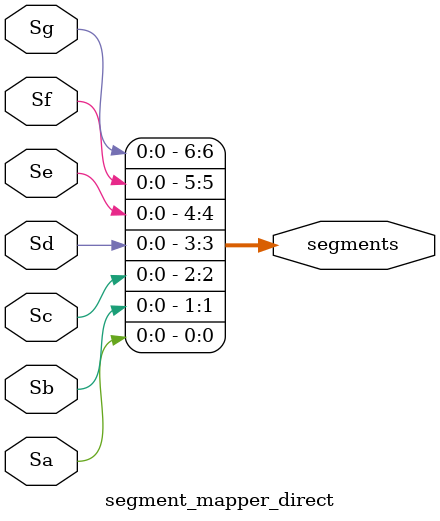
<source format=v>

module segment_mapper_direct (
    input  wire Sa,  // segment a
    input  wire Sb,  // segment b
    input  wire Sc,  // segment c
    input  wire Sd,  // segment d
    input  wire Se,  // segment e
    input  wire Sf,  // segment f
    input  wire Sg,  // segment g
    output wire [6:0] segments  // segments[0]=a ... segments[6]=g
);
    // 直接连接（无取反）
    assign segments[0] = Sa;  // a
    assign segments[1] = Sb;  // b
    assign segments[2] = Sc;  // c
    assign segments[3] = Sd;  // d
    assign segments[4] = Se;  // e
    assign segments[5] = Sf;  // f
    assign segments[6] = Sg;  // g
endmodule

</source>
